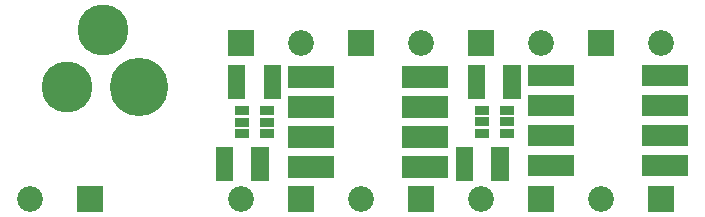
<source format=gbr>
G04 start of page 5 for group -4063 idx -4063 *
G04 Title: (unknown), componentmask *
G04 Creator: pcb 20110918 *
G04 CreationDate: Mon 25 Mar 2013 04:24:27 AM GMT UTC *
G04 For: ndholmes *
G04 Format: Gerber/RS-274X *
G04 PCB-Dimensions: 240000 80000 *
G04 PCB-Coordinate-Origin: lower left *
%MOIN*%
%FSLAX25Y25*%
%LNTOPMASK*%
%ADD45R,0.0300X0.0300*%
%ADD44R,0.0572X0.0572*%
%ADD43R,0.0720X0.0720*%
%ADD42C,0.1700*%
%ADD41C,0.1950*%
%ADD40C,0.0860*%
%ADD39C,0.0001*%
G54D39*G36*
X223700Y18300D02*Y9700D01*
X232300D01*
Y18300D01*
X223700D01*
G37*
G54D40*X208000Y14000D03*
G54D39*G36*
X183700Y18300D02*Y9700D01*
X192300D01*
Y18300D01*
X183700D01*
G37*
G54D40*X168000Y14000D03*
G54D39*G36*
X143713Y18291D02*Y9691D01*
X152313D01*
Y18291D01*
X143713D01*
G37*
G36*
X203700Y70300D02*Y61700D01*
X212300D01*
Y70300D01*
X203700D01*
G37*
G54D40*X228000Y66000D03*
G54D39*G36*
X163700Y70300D02*Y61700D01*
X172300D01*
Y70300D01*
X163700D01*
G37*
G54D40*X188000Y66000D03*
G54D39*G36*
X123713Y70291D02*Y61691D01*
X132313D01*
Y70291D01*
X123713D01*
G37*
G36*
X83713D02*Y61691D01*
X92313D01*
Y70291D01*
X83713D01*
G37*
G54D40*X108013Y65991D03*
G54D41*X53935Y51200D03*
G54D42*X29935D03*
X41935Y70200D03*
G54D40*X148013Y65991D03*
G54D39*G36*
X103713Y18291D02*Y9691D01*
X112313D01*
Y18291D01*
X103713D01*
G37*
G54D40*X128013Y13991D03*
X88013D03*
G54D39*G36*
X33352Y18232D02*Y9632D01*
X41952D01*
Y18232D01*
X33352D01*
G37*
G54D40*X17652Y13932D03*
G54D43*X187500Y55000D02*X195500D01*
X225500D02*X233500D01*
X225500Y45000D02*X233500D01*
X225500Y35000D02*X233500D01*
X225500Y25000D02*X233500D01*
X187500Y45000D02*X195500D01*
X187500Y35000D02*X195500D01*
X187500Y25000D02*X195500D01*
G54D44*X166595Y55755D02*Y50245D01*
X162595Y28255D02*Y22745D01*
G54D45*X167700Y43500D02*X169300D01*
X167700Y39600D02*X169300D01*
X167700Y35700D02*X169300D01*
X175900Y39600D02*X177500D01*
X175900Y43500D02*X177500D01*
G54D44*X178405Y55755D02*Y50245D01*
G54D45*X175900Y35700D02*X177500D01*
G54D44*X174405Y28255D02*Y22745D01*
G54D43*X145513Y54491D02*X153513D01*
X145513Y44491D02*X153513D01*
X145513Y34491D02*X153513D01*
X145513Y24491D02*X153513D01*
X107513Y54491D02*X115513D01*
X107513Y44491D02*X115513D01*
G54D44*X86703Y55746D02*Y50236D01*
X98513Y55746D02*Y50236D01*
G54D45*X87713Y43396D02*X89313D01*
X95913D02*X97513D01*
G54D43*X107513Y34491D02*X115513D01*
X107513Y24491D02*X115513D01*
G54D45*X87713Y39496D02*X89313D01*
X87713Y35596D02*X89313D01*
G54D44*X82608Y28246D02*Y22736D01*
X94418Y28246D02*Y22736D01*
G54D45*X95913Y35596D02*X97513D01*
X95913Y39496D02*X97513D01*
M02*

</source>
